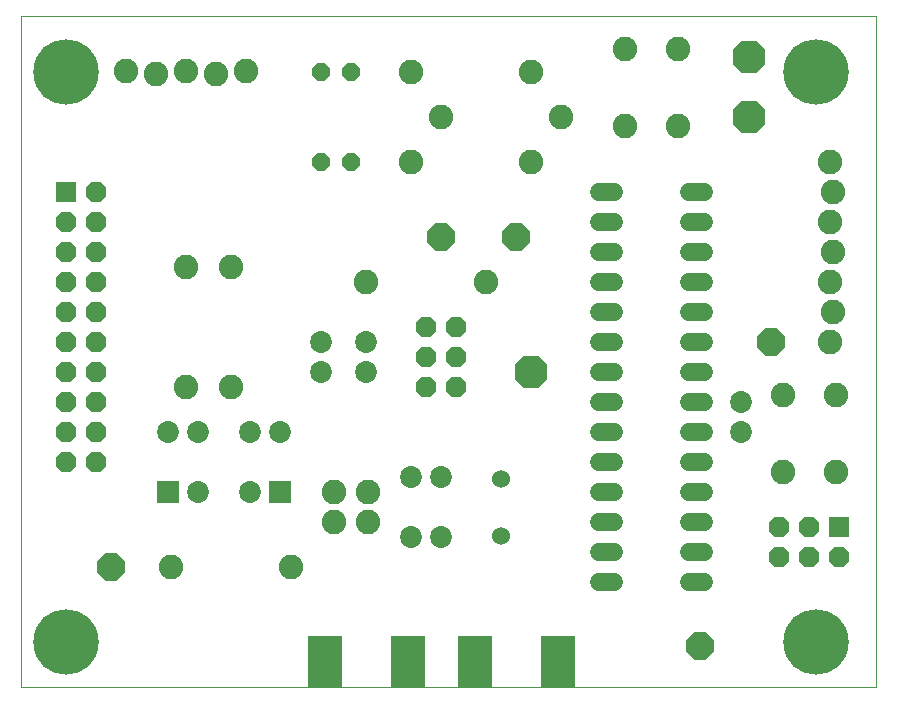
<source format=gbs>
G75*
%MOIN*%
%OFA0B0*%
%FSLAX25Y25*%
%IPPOS*%
%LPD*%
%AMOC8*
5,1,8,0,0,1.08239X$1,22.5*
%
%ADD10C,0.00000*%
%ADD11C,0.07300*%
%ADD12R,0.07300X0.07300*%
%ADD13C,0.06000*%
%ADD14R,0.06800X0.06800*%
%ADD15OC8,0.06800*%
%ADD16C,0.08200*%
%ADD17OC8,0.06000*%
%ADD18R,0.11300X0.17300*%
%ADD19C,0.06000*%
%ADD20OC8,0.09300*%
%ADD21OC8,0.10850*%
%ADD22C,0.21800*%
D10*
X0002370Y0038506D02*
X0002370Y0262207D01*
X0287291Y0262207D01*
X0287291Y0038506D01*
X0002370Y0038506D01*
X0095370Y0038506D02*
X0139370Y0038506D01*
X0145370Y0038506D02*
X0189370Y0038506D01*
D11*
X0142370Y0088506D03*
X0132370Y0088506D03*
X0132370Y0108506D03*
X0142370Y0108506D03*
X0117370Y0143506D03*
X0117370Y0153506D03*
X0102370Y0153506D03*
X0102370Y0143506D03*
X0088640Y0123506D03*
X0078640Y0123506D03*
X0061100Y0123506D03*
X0051100Y0123506D03*
X0061100Y0103506D03*
X0078640Y0103506D03*
X0242370Y0123506D03*
X0242370Y0133506D03*
D12*
X0088640Y0103506D03*
X0051100Y0103506D03*
D13*
X0194770Y0103506D02*
X0199970Y0103506D01*
X0199970Y0113506D02*
X0194770Y0113506D01*
X0194770Y0123506D02*
X0199970Y0123506D01*
X0199970Y0133506D02*
X0194770Y0133506D01*
X0194770Y0143506D02*
X0199970Y0143506D01*
X0199970Y0153506D02*
X0194770Y0153506D01*
X0194770Y0163506D02*
X0199970Y0163506D01*
X0199970Y0173506D02*
X0194770Y0173506D01*
X0194770Y0183506D02*
X0199970Y0183506D01*
X0199970Y0193506D02*
X0194770Y0193506D01*
X0194770Y0203506D02*
X0199970Y0203506D01*
X0224770Y0203506D02*
X0229970Y0203506D01*
X0229970Y0193506D02*
X0224770Y0193506D01*
X0224770Y0183506D02*
X0229970Y0183506D01*
X0229970Y0173506D02*
X0224770Y0173506D01*
X0224770Y0163506D02*
X0229970Y0163506D01*
X0229970Y0153506D02*
X0224770Y0153506D01*
X0224770Y0143506D02*
X0229970Y0143506D01*
X0229970Y0133506D02*
X0224770Y0133506D01*
X0224770Y0123506D02*
X0229970Y0123506D01*
X0229970Y0113506D02*
X0224770Y0113506D01*
X0224770Y0103506D02*
X0229970Y0103506D01*
X0229970Y0093506D02*
X0224770Y0093506D01*
X0224770Y0083506D02*
X0229970Y0083506D01*
X0229970Y0073506D02*
X0224770Y0073506D01*
X0199970Y0073506D02*
X0194770Y0073506D01*
X0194770Y0083506D02*
X0199970Y0083506D01*
X0199970Y0093506D02*
X0194770Y0093506D01*
D14*
X0274830Y0091766D03*
X0017370Y0203506D03*
D15*
X0017370Y0193506D03*
X0017370Y0183506D03*
X0017370Y0173506D03*
X0017370Y0163506D03*
X0017370Y0153506D03*
X0017370Y0143506D03*
X0017370Y0133506D03*
X0017370Y0123506D03*
X0017370Y0113506D03*
X0027370Y0113506D03*
X0027370Y0123506D03*
X0027370Y0133506D03*
X0027370Y0143506D03*
X0027370Y0153506D03*
X0027370Y0163506D03*
X0027370Y0173506D03*
X0027370Y0183506D03*
X0027370Y0193506D03*
X0027370Y0203506D03*
X0137370Y0158506D03*
X0137370Y0148506D03*
X0147370Y0148506D03*
X0147370Y0158506D03*
X0147370Y0138506D03*
X0137370Y0138506D03*
X0254830Y0091766D03*
X0264830Y0091766D03*
X0264830Y0081766D03*
X0254830Y0081766D03*
X0274830Y0081766D03*
D16*
X0274050Y0110306D03*
X0256250Y0110306D03*
X0256250Y0135906D03*
X0274050Y0135906D03*
X0271870Y0153506D03*
X0272870Y0163506D03*
X0271870Y0173506D03*
X0272870Y0183506D03*
X0271870Y0193506D03*
X0272870Y0203506D03*
X0271870Y0213506D03*
X0221270Y0225706D03*
X0203470Y0225706D03*
X0182370Y0228506D03*
X0172370Y0213506D03*
X0142370Y0228506D03*
X0132370Y0213506D03*
X0132370Y0243506D03*
X0172370Y0243506D03*
X0203470Y0251306D03*
X0221270Y0251306D03*
X0157370Y0173506D03*
X0117370Y0173506D03*
X0072370Y0178506D03*
X0057370Y0178506D03*
X0057370Y0138506D03*
X0072370Y0138506D03*
X0106670Y0103506D03*
X0106670Y0093506D03*
X0118070Y0093506D03*
X0118070Y0103506D03*
X0092370Y0078506D03*
X0052370Y0078506D03*
X0047370Y0243006D03*
X0037370Y0244006D03*
X0057370Y0244006D03*
X0067370Y0243006D03*
X0077370Y0244006D03*
D17*
X0102370Y0243506D03*
X0112370Y0243506D03*
X0112370Y0213506D03*
X0102370Y0213506D03*
D18*
X0103612Y0046835D03*
X0131128Y0046835D03*
X0153612Y0046835D03*
X0181128Y0046835D03*
D19*
X0162370Y0089006D03*
X0162370Y0108006D03*
D20*
X0228640Y0052316D03*
X0252370Y0153506D03*
X0167370Y0188506D03*
X0142370Y0188506D03*
X0032370Y0078506D03*
D21*
X0172370Y0143506D03*
X0244870Y0228506D03*
X0244870Y0248506D03*
D22*
X0267370Y0243506D03*
X0267370Y0053506D03*
X0017370Y0053506D03*
X0017370Y0243506D03*
M02*

</source>
